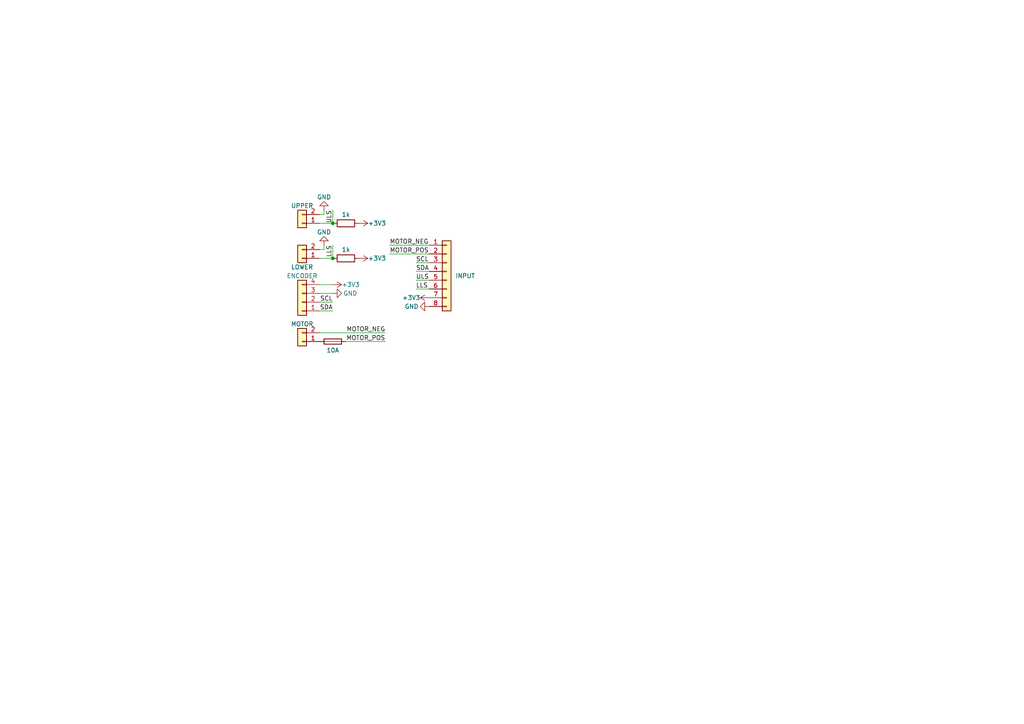
<source format=kicad_sch>
(kicad_sch (version 20230121) (generator eeschema)
  (paper "A4")
  (lib_symbols
    (symbol "Connector_Generic:Conn_01x02" (pin_names (offset 1.016) hide)
      (property "Reference" "J" (at 0 2.54 0))
      (property "Value" "Conn_01x02" (at 0 -5.08 0))
      (symbol "Conn_01x02_1_1"
        (rectangle (start -1.27 -2.413) (end 0 -2.667) (stroke (width 0.1524)))
        (rectangle (start -1.27 0.127) (end 0 -0.127) (stroke (width 0.1524)))
        (rectangle (start -1.27 1.27) (end 1.27 -3.81) (stroke (width 0.254)) (fill (type background)))
        (pin passive line (at -5.08 0 0) (length 3.81) (name "Pin_1") (number "1"))
        (pin passive line (at -5.08 -2.54 0) (length 3.81) (name "Pin_2") (number "2"))
      )
    )
    (symbol "Connector_Generic:Conn_01x04" (pin_names (offset 1.016) hide)
      (property "Reference" "J" (at 0 5.08 0))
      (property "Value" "Conn_01x04" (at 0 -7.62 0))
      (symbol "Conn_01x04_1_1"
        (rectangle (start -1.27 -4.953) (end 0 -5.207) (stroke (width 0.1524)))
        (rectangle (start -1.27 -2.413) (end 0 -2.667) (stroke (width 0.1524)))
        (rectangle (start -1.27 0.127) (end 0 -0.127) (stroke (width 0.1524)))
        (rectangle (start -1.27 2.667) (end 0 2.413) (stroke (width 0.1524)))
        (rectangle (start -1.27 3.81) (end 1.27 -6.35) (stroke (width 0.254)) (fill (type background)))
        (pin passive line (at -5.08 2.54 0) (length 3.81) (name "Pin_1") (number "1"))
        (pin passive line (at -5.08 0 0) (length 3.81) (name "Pin_2") (number "2"))
        (pin passive line (at -5.08 -2.54 0) (length 3.81) (name "Pin_3") (number "3"))
        (pin passive line (at -5.08 -5.08 0) (length 3.81) (name "Pin_4") (number "4"))
      )
    )
    (symbol "Connector_Generic:Conn_01x08" (pin_names (offset 1.016) hide)
      (property "Reference" "J" (at 0 10.16 0))
      (property "Value" "Conn_01x08" (at 0 -12.7 0))
      (symbol "Conn_01x08_1_1"
        (rectangle (start -1.27 -10.033) (end 0 -10.287) (stroke (width 0.1524)))
        (rectangle (start -1.27 -7.493) (end 0 -7.747) (stroke (width 0.1524)))
        (rectangle (start -1.27 -4.953) (end 0 -5.207) (stroke (width 0.1524)))
        (rectangle (start -1.27 -2.413) (end 0 -2.667) (stroke (width 0.1524)))
        (rectangle (start -1.27 0.127) (end 0 -0.127) (stroke (width 0.1524)))
        (rectangle (start -1.27 2.667) (end 0 2.413) (stroke (width 0.1524)))
        (rectangle (start -1.27 5.207) (end 0 4.953) (stroke (width 0.1524)))
        (rectangle (start -1.27 7.747) (end 0 7.493) (stroke (width 0.1524)))
        (rectangle (start -1.27 8.89) (end 1.27 -11.43) (stroke (width 0.254)) (fill (type background)))
        (pin passive line (at -5.08 7.62 0) (length 3.81) (name "Pin_1") (number "1"))
        (pin passive line (at -5.08 5.08 0) (length 3.81) (name "Pin_2") (number "2"))
        (pin passive line (at -5.08 2.54 0) (length 3.81) (name "Pin_3") (number "3"))
        (pin passive line (at -5.08 0 0) (length 3.81) (name "Pin_4") (number "4"))
        (pin passive line (at -5.08 -2.54 0) (length 3.81) (name "Pin_5") (number "5"))
        (pin passive line (at -5.08 -5.08 0) (length 3.81) (name "Pin_6") (number "6"))
        (pin passive line (at -5.08 -7.62 0) (length 3.81) (name "Pin_7") (number "7"))
        (pin passive line (at -5.08 -10.16 0) (length 3.81) (name "Pin_8") (number "8"))
      )
    )
    (symbol "Device:Fuse" (pin_numbers hide) (pin_names (offset 0))
      (property "Reference" "F" (at 2.032 0 90))
      (property "Value" "Fuse" (at -1.905 0 90))
      (symbol "Fuse_0_1"
        (rectangle (start -0.762 -2.54) (end 0.762 2.54) (stroke (width 0.254)))
        (polyline (pts (xy 0 2.54) (xy 0 -2.54)))
      )
      (symbol "Fuse_1_1"
        (pin passive line (at 0 3.81 270) (length 1.27) (name "~") (number "1"))
        (pin passive line (at 0 -3.81 90) (length 1.27) (name "~") (number "2"))
      )
    )
    (symbol "Device:R" (pin_numbers hide) (pin_names (offset 0))
      (property "Reference" "R" (at 2.032 0 90))
      (property "Value" "R" (at 0 0 90))
      (symbol "R_0_1"
        (rectangle (start -1.016 -2.54) (end 1.016 2.54) (stroke (width 0.254)))
      )
      (symbol "R_1_1"
        (pin passive line (at 0 3.81 270) (length 1.27) (name "~") (number "1"))
        (pin passive line (at 0 -3.81 90) (length 1.27) (name "~") (number "2"))
      )
    )
    (symbol "power:+3V3" (power) (pin_names (offset 0))
      (property "Value" "+3V3" (at 0 3.556 0))
      (symbol "+3V3_0_1"
        (polyline (pts (xy -0.762 1.27) (xy 0 2.54)))
        (polyline (pts (xy 0 0) (xy 0 2.54)))
        (polyline (pts (xy 0 2.54) (xy 0.762 1.27)))
      )
      (symbol "+3V3_1_1"
        (pin power_in line (at 0 0 90) (length 0) hide (name "+3V3") (number "1"))
      )
    )
    (symbol "power:GND" (power) (pin_names (offset 0))
      (property "Value" "GND" (at 0 -3.81 0))
      (symbol "GND_0_1"
        (polyline (pts (xy 0 0) (xy 0 -1.27) (xy 1.27 -1.27) (xy 0 -2.54) (xy -1.27 -1.27) (xy 0 -1.27)))
      )
      (symbol "GND_1_1"
        (pin power_in line (at 0 0 270) (length 0) hide (name "GND") (number "1"))
      )
    )
  )
  (junction (at 96.52 64.77))
  (junction (at 96.52 74.93))
  (wire (pts (xy 120.65 76.2) (xy 124.46 76.2)))
  (wire (pts (xy 120.65 78.74) (xy 124.46 78.74)))
  (wire (pts (xy 113.03 73.66) (xy 124.46 73.66)))
  (wire (pts (xy 113.03 71.12) (xy 124.46 71.12)))
  (wire (pts (xy 120.65 83.82) (xy 124.46 83.82)))
  (wire (pts (xy 92.71 87.63) (xy 96.52 87.63)))
  (wire (pts (xy 120.65 81.28) (xy 124.46 81.28)))
  (wire (pts (xy 93.98 71.12) (xy 93.98 72.39)))
  (wire (pts (xy 92.71 74.93) (xy 96.52 74.93)))
  (wire (pts (xy 92.71 90.17) (xy 96.52 90.17)))
  (wire (pts (xy 96.52 82.55) (xy 92.71 82.55)))
  (wire (pts (xy 96.52 74.93) (xy 96.52 71.12)))
  (wire (pts (xy 100.33 99.06) (xy 111.76 99.06)))
  (wire (pts (xy 96.52 64.77) (xy 96.52 60.96)))
  (wire (pts (xy 93.98 60.96) (xy 93.98 62.23)))
  (wire (pts (xy 92.71 85.09) (xy 96.52 85.09)))
  (wire (pts (xy 93.98 62.23) (xy 92.71 62.23)))
  (wire (pts (xy 92.71 64.77) (xy 96.52 64.77)))
  (wire (pts (xy 93.98 72.39) (xy 92.71 72.39)))
  (wire (pts (xy 92.71 96.52) (xy 111.76 96.52)))
  (label "ULS" (at 120.65 81.28 0))
  (label "MOTOR_POS" (at 113.03 73.66 0))
  (label "MOTOR_NEG" (at 111.76 96.52 180))
  (label "SCL" (at 96.52 87.63 180))
  (label "ULS" (at 96.52 60.96 270))
  (label "MOTOR_NEG" (at 113.03 71.12 0))
  (label "LLS" (at 96.52 71.12 270))
  (label "LLS" (at 120.65 83.82 0))
  (label "SDA" (at 120.65 78.74 0))
  (label "SCL" (at 120.65 76.2 0))
  (label "MOTOR_POS" (at 111.76 99.06 180))
  (label "SDA" (at 96.52 90.17 180))
  (symbol (lib_id "Connector_Generic:Conn_01x04") (at 87.63 87.63 180) (unit 1)
    (property "Reference" "J3" (effects hide))
    (property "Value" "ENCODER" (at 87.63 80.01 0))
    (property "Footprint" "MOLEX_1053141304:1053141304" (effects hide))
  )
  (symbol (lib_id "Connector_Generic:Conn_01x02") (at 87.63 99.06 180) (unit 1)
    (property "Reference" "J4" (effects hide))
    (property "Value" "MOTOR" (at 87.63 93.98 0))
    (property "Footprint" "MOLEX_1053131302:1053131302" (effects hide))
  )
  (symbol (lib_id "Device:Fuse") (at 96.52 99.06 90) (unit 1)
    (property "Reference" "F1" (effects hide))
    (property "Value" "10A" (at 96.52 101.6 90))
    (property "Footprint" "Fuse:Fuse_1206_3216Metric_Pad1.42x1.75mm_HandSolder" (effects hide))
  )
  (symbol (lib_id "power:+3V3") (at 124.46 86.36 90) (unit 1)
    (property "Reference" "#PWR07" (effects hide))
    (property "Value" "+3V3" (at 121.92 86.36 90) (effects (justify left)))
  )
  (symbol (lib_id "power:+3V3") (at 104.14 74.93 270) (unit 1)
    (property "Reference" "#PWR03" (effects hide))
    (property "Value" "+3V3" (at 106.68 74.93 90) (effects (justify left)))
  )
  (symbol (lib_id "Connector_Generic:Conn_01x08") (at 129.54 78.74 0) (unit 1)
    (property "Reference" "J5" (effects hide))
    (property "Value" "INPUT" (at 132.08 80.01 0) (effects (justify left)))
    (property "Footprint" "MOLEX_1053141308:1053141308" (effects hide))
  )
  (symbol (lib_id "Device:R") (at 100.33 74.93 90) (unit 1)
    (property "Reference" "R2" (effects hide))
    (property "Value" "1k" (at 100.33 72.39 90))
    (property "Footprint" "Resistor_SMD:R_1206_3216Metric_Pad1.30x1.75mm_HandSolder" (effects hide))
  )
  (symbol (lib_id "power:GND") (at 124.46 88.9 270) (unit 1)
    (property "Reference" "#PWR08" (effects hide))
    (property "Value" "GND" (at 119.38 88.9 90))
  )
  (symbol (lib_id "Connector_Generic:Conn_01x02") (at 87.63 64.77 180) (unit 1)
    (property "Reference" "J1" (effects hide))
    (property "Value" "UPPER" (at 87.63 59.69 0))
    (property "Footprint" "MOLEX_1053131302:1053131302" (effects hide))
  )
  (symbol (lib_id "Device:R") (at 100.33 64.77 90) (unit 1)
    (property "Reference" "R1" (effects hide))
    (property "Value" "1k" (at 100.33 62.23 90))
    (property "Footprint" "Resistor_SMD:R_1206_3216Metric_Pad1.30x1.75mm_HandSolder" (effects hide))
  )
  (symbol (lib_id "power:+3V3") (at 96.52 82.55 270) (unit 1)
    (property "Reference" "#PWR05" (effects hide))
    (property "Value" "+3V3" (at 99.06 82.55 90) (effects (justify left)))
  )
  (symbol (lib_id "power:GND") (at 96.52 85.09 90) (unit 1)
    (property "Reference" "#PWR06" (effects hide))
    (property "Value" "GND" (at 101.6 85.09 90))
  )
  (symbol (lib_id "power:GND") (at 93.98 71.12 180) (unit 1)
    (property "Reference" "#PWR04" (effects hide))
    (property "Value" "GND" (at 93.98 67.31 0))
  )
  (symbol (lib_id "power:+3V3") (at 104.14 64.77 270) (unit 1)
    (property "Reference" "#PWR02" (effects hide))
    (property "Value" "+3V3" (at 106.68 64.77 90) (effects (justify left)))
  )
  (symbol (lib_id "power:GND") (at 93.98 60.96 180) (unit 1)
    (property "Reference" "#PWR01" (effects hide))
    (property "Value" "GND" (at 93.98 57.15 0))
  )
  (symbol (lib_id "Connector_Generic:Conn_01x02") (at 87.63 74.93 180) (unit 1)
    (property "Reference" "J2" (effects hide))
    (property "Value" "LOWER" (at 87.63 77.47 0))
    (property "Footprint" "MOLEX_1053131302:1053131302" (effects hide))
  )
)
</source>
